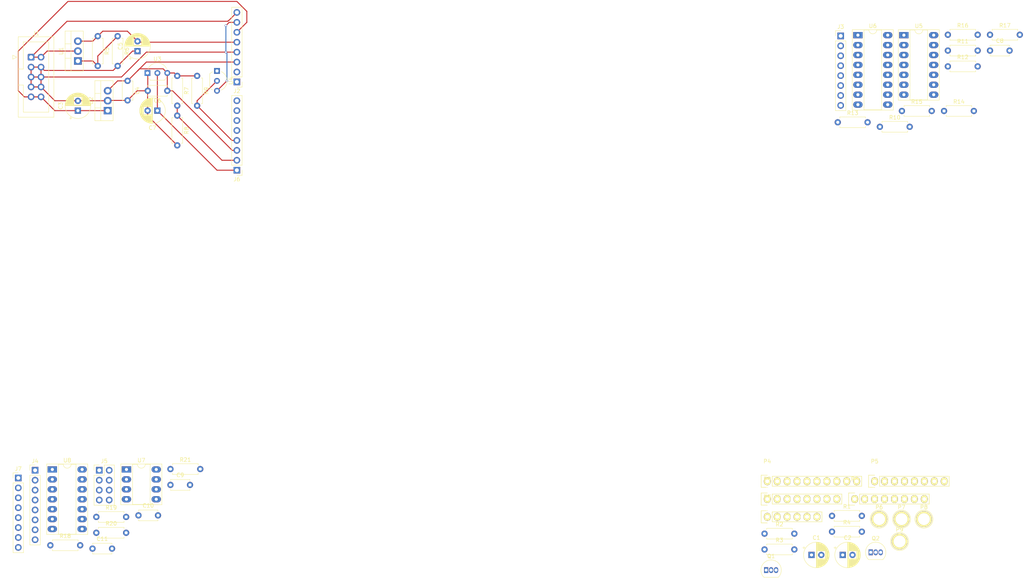
<source format=kicad_pcb>
(kicad_pcb (version 20211014) (generator pcbnew)
  (title_block (date "lun. 30 mars 2015"))
  (layers (0 "F.Cu" signal) (31 "B.Cu" signal) (34 "B.Paste" user) (35 "F.Paste" user) (36 "B.SilkS" user "B.Silkscreen") (37 "F.SilkS" user "F.Silkscreen") (38 "B.Mask" user) (39 "F.Mask" user) (44 "Edge.Cuts" user))
  (net 0 "")
  (net 1 "+5V")
  (net 2 "GND")
  (net 3 "/7")
  (net 4 "/4")
  (net 5 "/3(**)")
  (net 6 "/2")
  (net 7 "/13(SCK)")
  (net 8 "GNDA")
  (net 9 "+12VA")
  (net 10 "-12VA")
  (net 11 "+5VA")
  (net 12 "/-6.5V")
  (net 13 "/CV")
  (net 14 "/AUDIO_BUS")
  (net 15 "/~{VOICE_6_SEL}")
  (net 16 "/~{VOICE_5_SEL}")
  (net 17 "/~{VOICE_4_SEL}")
  (net 18 "/~{VOICE_3_SEL}")
  (net 19 "/~{VOICE_2_SEL}")
  (net 20 "/~{VOICE_1_SEL}")
  (net 21 "Net-(C1-Pad1)")
  (net 22 "Net-(C2-Pad1)")
  (net 23 "Net-(C2-Pad2)")
  (net 24 "/NOISE")
  (net 25 "/6(**)")
  (net 26 "/Power/-6.5V")
  (net 27 "/Digital/-6.5V")
  (net 28 "/DAC and output/-6.5V")
  (net 29 "/DAC and output/VDIV_REF")
  (net 30 "/DAC and output/DAC_REF")
  (net 31 "/DAC and output/LM_VREF")
  (net 32 "/DAC and output/MCP_VREF")
  (net 33 "/DAC and output/5V_DAC_REF")
  (net 35 "/IOREF")
  (net 36 "/Reset")
  (net 38 "/Vin")
  (net 39 "/+5VA")
  (net 43 "/AREF")
  (net 44 "/12(MISO)")
  (net 45 "/11(**{slash}MOSI)")
  (net 46 "/10(**{slash}SS)")
  (net 47 "/9(**)")
  (net 48 "/8")
  (net 54 "Net-(R5-Pad2)")
  (net 55 "/Digital/VOICE_7_SEL")
  (net 56 "/Digital/VOICE_8_SEL")
  (net 57 "/Digital/VOICE_1_SEL")
  (net 58 "/Digital/VOICE_2_SEL")
  (net 59 "/Digital/VOICE_3_SEL")
  (net 60 "/Digital/VOICE_4_SEL")
  (net 61 "/Digital/VOICE_5_SEL")
  (net 62 "/Digital/VOICE_6_SEL")
  (net 63 "Net-(R18-Pad1)")
  (net 64 "/DAC and output/DAC_OUT_A")
  (net 65 "Net-(R19-Pad1)")
  (net 66 "/DAC and output/DAC_OUT_B")
  (net 67 "/DAC and output/AUDIO_OUT")
  (net 68 "/DAC and output/AUDIO_BUS")
  (net 69 "/DAC and output/CV")
  (net 70 "/Digital/~{VOICE_1_SEL}")
  (net 71 "/Digital/~{VOICE_2_SEL}")
  (net 72 "/Digital/~{VOICE_3_SEL}")
  (net 73 "/Digital/~{VOICE_4_SEL}")
  (net 74 "/Digital/~{VOICE_5_SEL}")
  (net 75 "/Digital/~{VOICE_6_SEL}")
  (net 76 "/Digital/6(**)")
  (net 77 "/Digital/4")
  (net 78 "/Digital/3(**)")
  (net 79 "/Digital/2")
  (net 81 "/DAC and output/7")
  (net 82 "/DAC and output/13(SCK)")
  (net 83 "/DAC and output/11(**{slash}MOSI)")
  (net 90 "/Power/MCP_VREF_PWR")
  (net 93 "/Power/VDIV_REF_PWR")
  (net 94 "/Power/LM_VREF_PWR")
  (footprint "Socket_Arduino_Uno:Socket_Strip_Arduino_1x08" (layer "F.Cu") (at 216.872 140.02)
    (fp_text reference "P2" (at 0 -5.1) (layer "F.SilkS"))
    (fp_text value "Power")
    (pad "1" thru_hole oval locked (at 0 0) (size 1.7272 2.032) (drill 1.016) (layers *.Cu *.Mask "F.SilkS") (net 12 "/-6.5V"))
    (pad "2" thru_hole oval locked (at 2.54 0) (size 1.7272 2.032) (drill 1.016) (layers *.Cu *.Mask "F.SilkS") (net 35 "/IOREF"))
    (pad "3" thru_hole oval locked (at 5.08 0) (size 1.7272 2.032) (drill 1.016) (layers *.Cu *.Mask "F.SilkS") (net 36 "/Reset"))
    (pad "4" thru_hole oval locked (at 7.62 0) (size 1.7272 2.032) (drill 1.016) (layers *.Cu *.Mask "F.SilkS"))
    (pad "5" thru_hole oval locked (at 10.16 0) (size 1.7272 2.032) (drill 1.016) (layers *.Cu *.Mask "F.SilkS") (net 1 "+5V"))
    (pad "6" thru_hole oval locked (at 12.7 0) (size 1.7272 2.032) (drill 1.016) (layers *.Cu *.Mask "F.SilkS") (net 2 "GND"))
    (pad "7" thru_hole oval locked (at 15.24 0) (size 1.7272 2.032) (drill 1.016) (layers *.Cu *.Mask "F.SilkS") (net 2 "GND"))
    (pad "8" thru_hole oval locked (at 17.78 0) (size 1.7272 2.032) (drill 1.016) (layers *.Cu *.Mask "F.SilkS") (net 38 "/Vin"))
  )
  (footprint "Package_TO_SOT_THT:TO-220-3_Vertical" (layer "F.Cu") (at 40.64 27.94 90)
    (fp_text reference "U1" (at 2.54 -4.27 90) (layer "F.SilkS"))
    (fp_text value "LM337_TO220")
    (pad "1" thru_hole rect (at 0 0 90) (size 1.905 2) (drill 1.1) (layers *.Cu *.Mask) (net 54 "Net-(R5-Pad2)"))
    (pad "2" thru_hole oval (at 2.54 0 90) (size 1.905 2) (drill 1.1) (layers *.Cu *.Mask) (net 10 "-12VA"))
    (pad "3" thru_hole oval (at 5.08 0 90) (size 1.905 2) (drill 1.1) (layers *.Cu *.Mask) (net 26 "/Power/-6.5V"))
  )
  (footprint "Resistor_THT:R_Axial_DIN0207_L6.3mm_D2.5mm_P7.62mm_Horizontal" (layer "F.Cu") (at 66.04 41.91 -90)
    (fp_text reference "R8" (at 3.81 -2.37 -270) (layer "F.SilkS"))
    (fp_text value "4k")
    (pad "1" thru_hole circle (at 0 0 270) (size 1.6 1.6) (drill 0.8) (layers *.Cu *.Mask) (net 93 "/Power/VDIV_REF_PWR"))
    (pad "2" thru_hole oval (at 7.62 0 270) (size 1.6 1.6) (drill 0.8) (layers *.Cu *.Mask) (net 8 "GNDA"))
  )
  (footprint "Package_TO_SOT_THT:TO-92_Inline" (layer "F.Cu") (at 243.312 153.65)
    (fp_text reference "Q2" (at 1.27 -3.56) (layer "F.SilkS"))
    (fp_text value "BC547C")
    (pad "1" thru_hole rect (at 0 0) (size 1.05 1.5) (drill 0.75) (layers *.Cu *.Mask) (net 24 "/NOISE"))
    (pad "2" thru_hole oval (at 1.27 0) (size 1.05 1.5) (drill 0.75) (layers *.Cu *.Mask) (net 23 "Net-(C2-Pad2)"))
    (pad "3" thru_hole oval (at 2.54 0) (size 1.05 1.5) (drill 0.75) (layers *.Cu *.Mask) (net 8 "GNDA"))
  )
  (footprint "Resistor_THT:R_Axial_DIN0207_L6.3mm_D2.5mm_P7.62mm_Horizontal" (layer "F.Cu") (at 234.89 43.626)
    (fp_text reference "R13" (at 3.81 -2.37) (layer "F.SilkS"))
    (fp_text value "1k")
    (pad "1" thru_hole circle (at 0 0) (size 1.6 1.6) (drill 0.8) (layers *.Cu *.Mask) (net 58 "/Digital/VOICE_2_SEL"))
    (pad "2" thru_hole oval (at 7.62 0) (size 1.6 1.6) (drill 0.8) (layers *.Cu *.Mask) (net 2 "GND"))
  )
  (footprint "Capacitor_THT:C_Disc_D4.7mm_W2.5mm_P5.00mm" (layer "F.Cu") (at 44.372 152.698)
    (fp_text reference "C11" (at 2.5 -2.5) (layer "F.SilkS"))
    (fp_text value "100nF")
    (pad "1" thru_hole circle (at 0 0) (size 1.6 1.6) (drill 0.8) (layers *.Cu *.Mask) (net 11 "+5VA"))
    (pad "2" thru_hole circle (at 5 0) (size 1.6 1.6) (drill 0.8) (layers *.Cu *.Mask) (net 8 "GNDA"))
  )
  (footprint "Connector_PinHeader_2.54mm:PinHeader_2x04_P2.54mm_Vertical" (layer "F.Cu") (at 46.102 132.648)
    (fp_text reference "J5" (at 1.27 -2.33) (layer "F.SilkS"))
    (fp_text value "Conn_02x04_Odd_Even")
    (pad "1" thru_hole rect (at 0 0) (size 1.7 1.7) (drill 1) (layers *.Cu *.Mask) (net 29 "/DAC and output/VDIV_REF"))
    (pad "2" thru_hole oval (at 2.54 0) (size 1.7 1.7) (drill 1) (layers *.Cu *.Mask) (net 30 "/DAC and output/DAC_REF"))
    (pad "3" thru_hole oval (at 0 2.54) (size 1.7 1.7) (drill 1) (layers *.Cu *.Mask) (net 31 "/DAC and output/LM_VREF"))
    (pad "4" thru_hole oval (at 2.54 2.54) (size 1.7 1.7) (drill 1) (layers *.Cu *.Mask) (net 30 "/DAC and output/DAC_REF"))
    (pad "5" thru_hole oval (at 0 5.08) (size 1.7 1.7) (drill 1) (layers *.Cu *.Mask) (net 32 "/DAC and output/MCP_VREF"))
    (pad "6" thru_hole oval (at 2.54 5.08) (size 1.7 1.7) (drill 1) (layers *.Cu *.Mask) (net 30 "/DAC and output/DAC_REF"))
    (pad "7" thru_hole oval (at 0 7.62) (size 1.7 1.7) (drill 1) (layers *.Cu *.Mask) (net 33 "/DAC and output/5V_DAC_REF"))
    (pad "8" thru_hole oval (at 2.54 7.62) (size 1.7 1.7) (drill 1) (layers *.Cu *.Mask) (net 30 "/DAC and output/DAC_REF"))
  )
  (footprint "Capacitor_THT:C_Disc_D4.7mm_W2.5mm_P5.00mm" (layer "F.Cu") (at 63.5 35.56 180)
    (fp_text reference "C6" (at 2.5 -2.5) (layer "F.SilkS"))
    (fp_text value "100nF")
    (pad "1" thru_hole circle (at 0 0 180) (size 1.6 1.6) (drill 0.8) (layers *.Cu *.Mask) (net 11 "+5VA"))
    (pad "2" thru_hole circle (at 5 0 180) (size 1.6 1.6) (drill 0.8) (layers *.Cu *.Mask) (net 8 "GNDA"))
  )
  (footprint "Socket_Arduino_Uno:Arduino_1pin" (layer "F.Cu") (at 250.698 150.876)
    (fp_text reference "P9" (at 0 -3.048) (layer "F.SilkS"))
    (fp_text value "CONN_01X01")
    (pad "1" thru_hole circle locked (at 0 0) (size 4.064 4.064) (drill 3.048) (layers *.Cu *.Mask "F.SilkS"))
  )
  (footprint "Resistor_THT:R_Axial_DIN0207_L6.3mm_D2.5mm_P7.62mm_Horizontal" (layer "F.Cu") (at 66.04 31.75 -90)
    (fp_text reference "R7" (at 3.81 -2.37 90) (layer "F.SilkS"))
    (fp_text value "1k")
    (pad "1" thru_hole circle (at 0 0 270) (size 1.6 1.6) (drill 0.8) (layers *.Cu *.Mask) (net 11 "+5VA"))
    (pad "2" thru_hole oval (at 7.62 0 270) (size 1.6 1.6) (drill 0.8) (layers *.Cu *.Mask) (net 93 "/Power/VDIV_REF_PWR"))
  )
  (footprint "Socket_Arduino_Uno:Socket_Strip_Arduino_1x08" (layer "F.Cu") (at 244.322 135.47)
    (fp_text reference "P5" (at 0 -5.1) (layer "F.SilkS"))
    (fp_text value "Digital")
    (pad "1" thru_hole oval locked (at 0 0) (size 1.7272 2.032) (drill 1.016) (layers *.Cu *.Mask "F.SilkS") (net 3 "/7"))
    (pad "2" thru_hole oval locked (at 2.54 0) (size 1.7272 2.032) (drill 1.016) (layers *.Cu *.Mask "F.SilkS") (net 25 "/6(**)"))
    (pad "3" thru_hole oval locked (at 5.08 0) (size 1.7272 2.032) (drill 1.016) (layers *.Cu *.Mask "F.SilkS") (net 15 "/~{VOICE_6_SEL}"))
    (pad "4" thru_hole oval locked (at 7.62 0) (size 1.7272 2.032) (drill 1.016) (layers *.Cu *.Mask "F.SilkS") (net 16 "/~{VOICE_5_SEL}"))
    (pad "5" thru_hole oval locked (at 10.16 0) (size 1.7272 2.032) (drill 1.016) (layers *.Cu *.Mask "F.SilkS") (net 17 "/~{VOICE_4_SEL}"))
    (pad "6" thru_hole oval locked (at 12.7 0) (size 1.7272 2.032) (drill 1.016) (layers *.Cu *.Mask "F.SilkS") (net 18 "/~{VOICE_3_SEL}"))
    (pad "7" thru_hole oval locked (at 15.24 0) (size 1.7272 2.032) (drill 1.016) (layers *.Cu *.Mask "F.SilkS") (net 19 "/~{VOICE_2_SEL}"))
    (pad "8" thru_hole oval locked (at 17.78 0) (size 1.7272 2.032) (drill 1.016) (layers *.Cu *.Mask "F.SilkS") (net 20 "/~{VOICE_1_SEL}"))
  )
  (footprint "Capacitor_THT:CP_Radial_D6.3mm_P2.50mm" (layer "F.Cu") (at 228.177241 154.32)
    (fp_text reference "C1" (at 1.25 -4.4) (layer "F.SilkS"))
    (fp_text value "47uF")
    (pad "1" thru_hole rect (at 0 0) (size 1.6 1.6) (drill 0.8) (layers *.Cu *.Mask) (net 21 "Net-(C1-Pad1)"))
    (pad "2" thru_hole circle (at 2.5 0) (size 1.6 1.6) (drill 0.8) (layers *.Cu *.Mask) (net 8 "GNDA"))
  )
  (footprint "Socket_Arduino_Uno:Arduino_1pin" (layer "F.Cu") (at 256.918 145.156)
    (fp_text reference "P8" (at 0 -3.048) (layer "F.SilkS"))
    (fp_text value "CONN_01X01")
    (pad "1" thru_hole circle locked (at 0 0) (size 4.064 4.064) (drill 3.048) (layers *.Cu *.Mask "F.SilkS"))
  )
  (footprint "Capacitor_THT:C_Disc_D4.7mm_W2.5mm_P5.00mm" (layer "F.Cu") (at 53.34 33.02 -90)
    (fp_text reference "C4" (at 2.5 -2.5 90) (layer "F.SilkS"))
    (fp_text value "100nF")
    (pad "1" thru_hole circle (at 0 0 270) (size 1.6 1.6) (drill 0.8) (layers *.Cu *.Mask) (net 11 "+5VA"))
    (pad "2" thru_hole circle (at 5 0 270) (size 1.6 1.6) (drill 0.8) (layers *.Cu *.Mask) (net 8 "GNDA"))
  )
  (footprint "Package_DIP:DIP-16_W7.62mm_Socket_LongPads" (layer "F.Cu") (at 240.04 21.326)
    (fp_text reference "U6" (at 3.81 -2.33) (layer "F.SilkS"))
    (fp_text value "74HC4051")
    (pad "1" thru_hole rect (at 0 0) (size 2.4 1.6) (drill 0.8) (layers *.Cu *.Mask) (net 61 "/Digital/VOICE_5_SEL"))
    (pad "2" thru_hole oval (at 0 2.54) (size 2.4 1.6) (drill 0.8) (layers *.Cu *.Mask) (net 55 "/Digital/VOICE_7_SEL"))
    (pad "3" thru_hole oval (at 0 5.08) (size 2.4 1.6) (drill 0.8) (layers *.Cu *.Mask) (net 1 "+5V"))
    (pad "4" thru_hole oval (at 0 7.62) (size 2.4 1.6) (drill 0.8) (layers *.Cu *.Mask) (net 56 "/Digital/VOICE_8_SEL"))
    (pad "5" thru_hole oval (at 0 10.16) (size 2.4 1.6) (drill 0.8) (layers *.Cu *.Mask) (net 62 "/Digital/VOICE_6_SEL"))
    (pad "6" thru_hole oval (at 0 12.7) (size 2.4 1.6) (drill 0.8) (layers *.Cu *.Mask) (net 76 "/Digital/6(**)"))
    (pad "7" thru_hole oval (at 0 15.24) (size 2.4 1.6) (drill 0.8) (layers *.Cu *.Mask) (net 2 "GND"))
    (pad "8" thru_hole oval (at 0 17.78) (size 2.4 1.6) (drill 0.8) (layers *.Cu *.Mask) (net 2 "GND"))
    (pad "9" thru_hole oval (at 7.62 17.78) (size 2.4 1.6) (drill 0.8) (layers *.Cu *.Mask) (net 77 "/Digital/4"))
    (pad "10" thru_hole oval (at 7.62 15.24) (size 2.4 1.6) (drill 0.8) (layers *.Cu *.Mask) (net 78 "/Digital/3(**)"))
    (pad "11" thru_hole oval (at 7.62 12.7) (size 2.4 1.6) (drill 0.8) (layers *.Cu *.Mask) (net 79 "/Digital/2"))
    (pad "12" thru_hole oval (at 7.62 10.16) (size 2.4 1.6) (drill 0.8) (layers *.Cu *.Mask) (net 60 "/Digital/VOICE_4_SEL"))
    (pad "13" thru_hole oval (at 7.62 7.62) (size 2.4 1.6) (drill 0.8) (layers *.Cu *.Mask) (net 57 "/Digital/VOICE_1_SEL"))
    (pad "14" thru_hole oval (at 7.62 5.08) (size 2.4 1.6) (drill 0.8) (layers *.Cu *.Mask) (net 58 "/Digital/VOICE_2_SEL"))
    (pad "15" thru_hole oval (at 7.62 2.54) (size 2.4 1.6) (drill 0.8) (layers *.Cu *.Mask) (net 59 "/Digital/VOICE_3_SEL"))
    (pad "16" thru_hole oval (at 7.62 0) (size 2.4 1.6) (drill 0.8) (layers *.Cu *.Mask) (net 1 "+5V"))
  )
  (footprint "Resistor_THT:R_Axial_DIN0207_L6.3mm_D2.5mm_P7.62mm_Horizontal" (layer "F.Cu") (at 71.12 31.75 -90)
    (fp_text reference "R9" (at 3.81 -2.37 90) (layer "F.SilkS"))
    (fp_text value "909")
    (pad "1" thru_hole circle (at 0 0 270) (size 1.6 1.6) (drill 0.8) (layers *.Cu *.Mask) (net 11 "+5VA"))
    (pad "2" thru_hole oval (at 7.62 0 270) (size 1.6 1.6) (drill 0.8) (layers *.Cu *.Mask) (net 94 "/Power/LM_VREF_PWR"))
  )
  (footprint "Resistor_THT:R_Axial_DIN0207_L6.3mm_D2.5mm_P7.62mm_Horizontal" (layer "F.Cu") (at 263.04 21.226)
    (fp_text reference "R16" (at 3.81 -2.37) (layer "F.SilkS"))
    (fp_text value "1k")
    (pad "1" thru_hole circle (at 0 0) (size 1.6 1.6) (drill 0.8) (layers *.Cu *.Mask) (net 61 "/Digital/VOICE_5_SEL"))
    (pad "2" thru_hole oval (at 7.62 0) (size 1.6 1.6) (drill 0.8) (layers *.Cu *.Mask) (net 2 "GND"))
  )
  (footprint "Connector_PinHeader_2.54mm:PinHeader_1x08_P2.54mm_Vertical" (layer "F.Cu") (at 235.64 21.526)
    (fp_text reference "J3" (at 0 -2.33) (layer "F.SilkS"))
    (fp_text value "Conn_01x08")
    (pad "1" thru_hole rect (at 0 0) (size 1.7 1.7) (drill 1) (layers *.Cu *.Mask) (net 2 "GND"))
    (pad "2" thru_hole oval (at 0 2.54) (size 1.7 1.7) (drill 1) (layers *.Cu *.Mask) (net 1 "+5V"))
    (pad "3" thru_hole oval (at 0 5.08) (size 1.7 1.7) (drill 1) (layers *.Cu *.Mask) (net 27 "/Digital/-6.5V"))
    (pad "4" thru_hole oval (at 0 7.62) (size 1.7 1.7) (drill 1) (layers *.Cu *.Mask) (net 8 "GNDA"))
    (pad "5" thru_hole oval (at 0 10.16) (size 1.7 1.7) (drill 1) (layers *.Cu *.Mask) (net 11 "+5VA"))
    (pad "6" thru_hole oval (at 0 12.7) (size 1.7 1.7) (drill 1) (layers *.Cu *.Mask) (net 9 "+12VA"))
    (pad "7" thru_hole oval (at 0 15.24) (size 1.7 1.7) (drill 1) (layers *.Cu *.Mask) (net 8 "GNDA"))
    (pad "8" thru_hole oval (at 0 17.78) (size 1.7 1.7) (drill 1) (layers *.Cu *.Mask) (net 10 "-12VA"))
  )
  (footprint "Resistor_THT:R_Axial_DIN0207_L6.3mm_D2.5mm_P7.62mm_Horizontal" (layer "F.Cu") (at 233.422 148.37)
    (fp_text reference "R4" (at 3.81 -2.37) (layer "F.SilkS"))
    (fp_text value "10k")
    (pad "1" thru_hole circle (at 0 0) (size 1.6 1.6) (drill 0.8) (layers *.Cu *.Mask) (net 21 "Net-(C1-Pad1)"))
    (pad "2" thru_hole oval (at 7.62 0) (size 1.6 1.6) (drill 0.8) (layers *.Cu *.Mask) (net 24 "/NOISE"))
  )
  (footprint "Resistor_THT:R_Axial_DIN0207_L6.3mm_D2.5mm_P7.62mm_Horizontal" (layer "F.Cu") (at 64.302 132.348)
    (fp_text reference "R21" (at 3.81 -2.37) (layer "F.SilkS"))
    (fp_text value "10k")
    (pad "1" thru_hole circle (at 0 0) (size 1.6 1.6) (drill 0.8) (layers *.Cu *.Mask) (net 69 "/DAC and output/CV"))
    (pad "2" thru_hole oval (at 7.62 0) (size 1.6 1.6) (drill 0.8) (layers *.Cu *.Mask) (net 63 "Net-(R18-Pad1)"))
  )
  (footprint "Resistor_THT:R_Axial_DIN0207_L6.3mm_D2.5mm_P7.62mm_Horizontal" (layer "F.Cu") (at 251.29 40.726)
    (fp_text reference "R15" (at 3.81 -2.37) (layer "F.SilkS"))
    (fp_text value "1k")
    (pad "1" thru_hole circle (at 0 0) (size 1.6 1.6) (drill 0.8) (layers *.Cu *.Mask) (net 60 "/Digital/VOICE_4_SEL"))
    (pad "2" thru_hole oval (at 7.62 0) (size 1.6 1.6) (drill 0.8) (layers *.Cu *.Mask) (net 2 "GND"))
  )
  (footprint "Resistor_THT:R_Axial_DIN0207_L6.3mm_D2.5mm_P7.62mm_Horizontal" (layer "F.Cu") (at 262.06 40.726)
    (fp_text reference "R14" (at 3.81 -2.37) (layer "F.SilkS"))
    (fp_text value "1k")
    (pad "1" thru_hole circle (at 0 0) (size 1.6 1.6) (drill 0.8) (layers *.Cu *.Mask) (net 59 "/Digital/VOICE_3_SEL"))
    (pad "2" thru_hole oval (at 7.62 0) (size 1.6 1.6) (drill 0.8) (layers *.Cu *.Mask) (net 2 "GND"))
  )
  (footprint "Connector_PinHeader_2.54mm:PinHeader_1x08_P2.54mm_Vertical" (layer "F.Cu") (at 81.28 55.88 180)
    (fp_text reference "J6" (at 0 -2.33) (layer "F.SilkS"))
    (fp_text value "Conn_01x08")
    (pad "1" thru_hole rect (at 0 0 180) (size 1.7 1.7) (drill 1) (layers *.Cu *.Mask) (net 90 "/Power/MCP_VREF_PWR"))
    (pad "2" thru_hole oval (at 0 2.54 180) (size 1.7 1.7) (drill 1) (layers *.Cu *.Mask) (net 93 "/Power/VDIV_REF_PWR"))
    (pad "3" thru_hole oval (at 0 5.08 180) (size 1.7 1.7) (drill 1) (layers *.Cu *.Mask) (net 11 "+5VA"))
    (pad "4" thru_hole oval (at 0 7.62 180) (size 1.7 1.7) (drill 1) (layers *.Cu *.Mask) (net 94 "/Power/LM_VREF_PWR"))
    (pad "5" thru_hole oval (at 0 10.16 180) (size 1.7 1.7) (drill 1) (layers *.Cu *.Mask))
    (pad "6" thru_hole oval (at 0 12.7 180) (size 1.7 1.7) (drill 1) (layers *.Cu *.Mask))
    (pad "7" thru_hole oval (at 0 15.24 180) (size 1.7 1.7) (drill 1) (layers *.Cu *.Mask))
    (pad "8" thru_hole oval (at 0 17.78 180) (size 1.7 1.7) (drill 1) (layers *.Cu *.Mask))
  )
  (footprint "Connector_PinHeader_2.54mm:PinHeader_1x08_P2.54mm_Vertical" (layer "F.Cu") (at 29.702 132.648)
    (fp_text reference "J4" (at 0 -2.33) (layer "F.SilkS"))
    (fp_text value "Conn_01x08")
    (pad "1" thru_hole rect (at 0 0) (size 1.7 1.7) (drill 1) (layers *.Cu *.Mask))
    (pad "2" thru_hole oval (at 0 2.54) (size 1.7 1.7) (drill 1) (layers *.Cu *.Mask))
    (pad "3" thru_hole oval (at 0 5.08) (size 1.7 1.7) (drill 1) (layers *.Cu *.Mask) (net 28 "/DAC and output/-6.5V"))
    (pad "4" thru_hole oval (at 0 7.62) (size 1.7 1.7) (drill 1) (layers *.Cu *.Mask) (net 8 "GNDA"))
    (pad "5" thru_hole oval (at 0 10.16) (size 1.7 1.7) (drill 1) (layers *.Cu *.Mask) (net 11 "+5VA"))
    (pad "6" thru_hole oval (at 0 12.7) (size 1.7 1.7) (drill 1) (layers *.Cu *.Mask) (net 9 "+12VA"))
    (pad "7" thru_hole oval (at 0 15.24) (size 1.7 1.7) (drill 1) (layers *.Cu *.Mask) (net 8 "GNDA"))
    (pad "8" thru_hole oval (at 0 17.78) (size 1.7 1.7) (drill 1) (layers *.Cu *.Mask) (net 10 "-12VA"))
  )
  (footprint "Socket_Arduino_Uno:Arduino_1pin" (layer "F.Cu") (at 245.478 145.156)
    (fp_text reference "P6" (at 0 -3.048) (layer "F.SilkS"))
    (fp_text value "CONN_01X01")
    (pad "1" thru_hole circle locked (at 0 0) (size 4.064 4.064) (drill 3.048) (layers *.Cu *.Mask "F.SilkS"))
  )
  (footprint "Resistor_THT:R_Axial_DIN0207_L6.3mm_D2.5mm_P7.62mm_Horizontal" (layer "F.Cu") (at 263.04 29.326)
    (fp_text reference "R12" (at 3.81 -2.37) (layer "F.SilkS"))
    (fp_text value "1k")
    (pad "1" thru_hole circle (at 0 0) (size 1.6 1.6) (drill 0.8) (layers *.Cu *.Mask) (net 57 "/Digital/VOICE_1_SEL"))
    (pad "2" thru_hole oval (at 7.62 0) (size 1.6 1.6) (drill 0.8) (layers *.Cu *.Mask) (net 2 "GND"))
  )
  (footprint "Resistor_THT:R_Axial_DIN0207_L6.3mm_D2.5mm_P7.62mm_Horizontal" (layer "F.Cu") (at 33.602 151.848)
    (fp_text reference "R18" (at 3.81 -2.37) (layer "F.SilkS"))
    (fp_text value "10k")
    (pad "1" thru_hole circle (at 0 0) (size 1.6 1.6) (drill 0.8) (layers *.Cu *.Mask) (net 63 "Net-(R18-Pad1)"))
    (pad "2" thru_hole oval (at 7.62 0) (size 1.6 1.6) (drill 0.8) (layers *.Cu *.Mask) (net 64 "/DAC and output/DAC_OUT_A"))
  )
  (footprint "Resistor_THT:R_Axial_DIN0207_L6.3mm_D2.5mm_P7.62mm_Horizontal" (layer "F.Cu") (at 273.81 21.226)
    (fp_text reference "R17" (at 3.81 -2.37) (layer "F.SilkS"))
    (fp_text value "1k")
    (pad "1" thru_hole circle (at 0 0) (size 1.6 1.6) (drill 0.8) (layers *.Cu *.Mask) (net 62 "/Digital/VOICE_6_SEL"))
    (pad "2" thru_hole oval (at 7.62 0) (size 1.6 1.6) (drill 0.8) (layers *.Cu *.Mask) (net 2 "GND"))
  )
  (footprint "Resistor_THT:R_Axial_DIN0207_L6.3mm_D2.5mm_P7.62mm_Horizontal" (layer "F.Cu") (at 45.352 144.598)
    (fp_text reference "R19" (at 3.81 -2.37) (layer "F.SilkS"))
    (fp_text value "10k")
    (pad "1" thru_hole circle (at 0 0) (size 1.6 1.6) (drill 0.8) (layers *.Cu *.Mask) (net 65 "Net-(R19-Pad1)"))
    (pad "2" thru_hole oval (at 7.62 0) (size 1.6 1.6) (drill 0.8) (layers *.Cu *.Mask) (net 66 "/DAC and output/DAC_OUT_B"))
  )
  (footprint "Capacitor_THT:CP_Radial_D6.3mm_P2.50mm" (layer "F.Cu") (at 236.157241 154.32)
    (fp_text reference "C2" (at 1.25 -4.4) (layer "F.SilkS"))
    (fp_text value "47uF")
    (pad "1" thru_hole rect (at 0 0) (size 1.6 1.6) (drill 0.8) (layers *.Cu *.Mask) (net 22 "Net-(C2-Pad1)"))
    (pad "2" thru_hole circle (at 2.5 0) (size 1.6 1.6) (drill 0.8) (layers *.Cu *.Mask) (net 23 "Net-(C2-Pad2)"))
  )
  (footprint "Connector_PinHeader_2.54mm:PinHeader_1x08_P2.54mm_Vertical" (layer "F.Cu") (at 25.4 134.62)
    (fp_text reference "J7" (at 0 -2.33) (layer "F.SilkS"))
    (fp_text value "Conn_01x08")
    (pad "1" thru_hole rect (at 0 0) (size 1.7 1.7) (drill 1) (layers *.Cu *.Mask) (net 32 "/DAC and output/MCP_VREF"))
    (pad "2" thru_hole oval (at 0 2.54) (size 1.7 1.7) (drill 1) (layers *.Cu *.Mask) (net 29 "/DAC and output/VDIV_REF"))
    (pad "3" thru_hole oval (at 0 5.08) (size 1.7 1.7) (drill 1) (layers *.Cu *.Mask) (net 33 "/DAC and output/5V_DAC_REF"))
    (pad "4" thru_hole oval (at 0 7.62) (size 1.7 1.7) (drill 1) (layers *.Cu *.Mask) (net 31 "/DAC and output/LM_VREF"))
    (pad "5" thru_hole oval (at 0 10.16) (size 1.7 1.7) (drill 1) (layers *.Cu *.Mask))
    (pad "6" thru_hole oval (at 0 12.7) (size 1.7 1.7) (drill 1) (layers *.Cu *.Mask))
    (pad "7" thru_hole oval (at 0 15.24) (size 1.7 1.7) (drill 1) (layers *.Cu *.Mask))
    (pad "8" thru_hole oval (at 0 17.78) (size 1.7 1.7) (drill 1) (layers *.Cu *.Mask))
  )
  (footprint "Capacitor_THT:CP_Radial_D6.3mm_P2.50mm" (layer "F.Cu") (at 60.96 40.64 180)
    (fp_text reference "C7" (at 1.25 -4.4) (layer "F.SilkS"))
    (fp_text value "10uF")
    (pad "1" thru_hole rect (at 0 0 180) (size 1.6 1.6) (drill 0.8) (layers *.Cu *.Mask) (net 90 "/Power/MCP_VREF_PWR"))
    (pad "2" thru_hole circle (at 2.5 0 180) (size 1.6 1.6) (drill 0.8) (layers *.Cu *.Mask) (net 8 "GNDA"))
  )
  (footprint "Socket_Arduino_Uno:Socket_Strip_Arduino_1x08" (layer "F.Cu") (at 239.222 140.02)
    (fp_text reference "P1" (at 0 -5.1) (layer "F.SilkS"))
    (fp_text value "Arduino")
    (pad "1" thru_hole oval locked (at 0 0) (size 1.7272 2.032) (drill 1.016) (layers *.Cu *.Mask "F.SilkS") (net 1 "+5V"))
    (pad "2" thru_hole oval locked (at 2.54 0) (size 1.7272 2.032) (drill 1.016) (layers *.Cu *.Mask "F.SilkS") (net 2 "GND"))
    (pad "3" thru_hole oval locked (at 5.08 0) (size 1.7272 2.032) (drill 1.016) (layers *.Cu *.Mask "F.SilkS") (net 6 "/2"))
    (pad "4" thru_hole oval locked (at 7.62 0) (size 1.7272 2.032) (drill 1.016) (layers *.Cu *.Mask "F.SilkS") (net 5 "/3(**)"))
    (pad "5" thru_hole oval locked (at 10.16 0) (size 1.7272 2.032) (drill 1.016) (layers *.Cu *.Mask "F.SilkS") (net 4 "/4"))
    (pad "6" thru_hole oval locked (at 12.7 0) (size 1.7272 2.032) (drill 1.016) (layers *.Cu *.Mask "F.SilkS") (net 25 "/6(**)"))
    (pad "7" thru_hole oval locked (at 15.24 0) (size 1.7272 2.032) (drill 1.016) (layers *.Cu *.Mask "F.SilkS") (net 3 "/7"))
    (pad "8" thru_hole oval locked (at 17.78 0) (size 1.7272 2.032) (drill 1.016) (layers *.Cu *.Mask "F.SilkS"))
  )
  (footprint "Resistor_THT:R_Axial_DIN0207_L6.3mm_D2.5mm_P7.62mm_Horizontal" (layer "F.Cu") (at 45.352 148.648)
    (fp_text reference "R20" (at 3.81 -2.37) (layer "F.SilkS"))
    (fp_text value "1k")
    (pad "1" thru_hole circle (at 0 0) (size 1.6 1.6) (drill 0.8) (layers *.Cu *.Mask) (net 67 "/DAC and output/AUDIO_OUT"))
    (pad "2" thru_hole oval (at 7.62 0) (size 1.6 1.6) (drill 0.8) (layers *.Cu *.Mask) (net 68 "/DAC and output/AUDIO_BUS"))
  )
  (footprint "Socket_Arduino_Uno:Socket_Strip_Arduino_1x10" (layer "F.Cu") (at 216.872 135.47)
    (fp_text reference "P4" (at 0 -5.1) (layer "F.SilkS"))
    (fp_text value "Digital")
    (pad "1" thru_hole oval locked (at 0 0) (size 1.7272 2.032) (drill 1.016) (layers *.Cu *.Mask "F.SilkS"))
    (pad "2" thru_hole oval locked (at 2.54 0) (size 1.7272 2.032) (drill 1.016) (layers *.Cu *.Mask "F.SilkS"))
    (pad "3" thru_hole oval locked (at 5.08 0) (size 1.7272 2.032) (drill 1.016) (layers *.Cu *.Mask "F.SilkS") (net 43 "/AREF"))
    (pad "4" thru_hole oval locked (at 7.62 0) (size 1.7272 2.032) (drill 1.016) (layers *.Cu *.Mask "F.SilkS") (net 2 "GND"))
    (pad "5" thru_hole oval locked (at 10.16 0) (size 1.7272 2.032) (drill 1.016) (layers *.Cu *.Mask "F.SilkS") (net 7 "/13(SCK)"))
    (pad "6" thru_hole oval locked (at 12.7 0) (size 1.7272 2.032) (drill 1.016) (layers *.Cu *.Mask "F.SilkS") (net 44 "/12(MISO)"))
    (pad "7" thru_hole oval locked (at 15.24 0) (size 1.7272 2.032) (drill 1.016) (layers *.Cu *.Mask "F.SilkS") (net 45 "/11(**{slash}MOSI)"))
    (pad "8" thru_hole oval locked (at 17.78 0) (size 1.7272 2.032) (drill 1.016) (layers *.Cu *.Mask "F.SilkS") (net 46 "/10(**{slash}SS)"))
    (pad "9" thru_hole oval locked (at 20.32 0) (size 1.7272 2.032) (drill 1.016) (layers *.Cu *.Mask "F.SilkS") (net 47 "/9(**)"))
    (pad "10" thru_hole oval locked (at 22.86 0) (size 1.7272 2.032) (drill 1.016) (layers *.Cu *.Mask "F.SilkS") (net 48 "/8"))
  )
  (footprint "Resistor_THT:R_Axial_DIN0207_L6.3mm_D2.5mm_P7.62mm_Horizontal" (layer "F.Cu") (at 245.66 44.776)
    (fp_text reference "R10" (at 3.81 -2.37) (layer "F.SilkS"))
    (fp_text value "1k")
    (pad "1" thru_hole circle (at 0 0) (size 1.6 1.6) (drill 0.8) (layers *.Cu *.Mask) (net 55 "/Digital/VOICE_7_SEL"))
    (pad "2" thru_hole oval (at 7.62 0) (size 1.6 1.6) (drill 0.8) (layers *.Cu *.Mask) (net 2 "GND"))
  )
  (footprint "Capacitor_THT:CP_Radial_D6.3mm_P2.50mm" (layer "F.Cu") (at 55.88 25.4 90)
    (fp_text reference "C5" (at 1.25 -4.4 90) (layer "F.SilkS"))
    (fp_text value "10uF")
    (pad "1" thru_hole rect (at 0 0 90) (size 1.6 1.6) (drill 0.8) (layers *.Cu *.Mask) (net 8 "GNDA"))
    (pad "2" thru_hole circle (at 2.5 0 90) (size 1.6 1.6) (drill 0.8) (layers *.Cu *.Mask) (net 26 "/Power/-6.5V"))
  )
  (footprint "Capacitor_THT:C_Disc_D4.7mm_W2.5mm_P5.00mm" (layer "F.Cu") (at 64.302 136.398)
    (fp_text reference "C9" (at 2.5 -2.5) (layer "F.SilkS"))
    (fp_text value "100nF")
    (pad "1" thru_hole circle (at 0 0) (size 1.6 1.6) (drill 0.8) (layers *.Cu *.Mask) (net 9 "+12VA"))
    (pad "2" thru_hole circle (at 5 0) (size 1.6 1.6) (drill 0.8) (layers *.Cu *.Mask) (net 8 "GNDA"))
  )
  (footprint "Package_DIP:DIP-8_W7.62mm_Socket_LongPads" (layer "F.Cu") (at 53.052 132.448)
    (fp_text reference "U7" (at 3.81 -2.33) (layer "F.SilkS"))
    (fp_text value "TL072")
    (pad "1" thru_hole rect (at 0 0) (size 2.4 1.6) (drill 0.8) (layers *.Cu *.Mask) (net 69 "/DAC and output/CV"))
    (pad "2" thru_hole oval (at 0 2.54) (size 2.4 1.6) (drill 0.8) (layers *.Cu *.Mask) (net 63 "Net-(R18-Pad1)"))
    (pad "3" thru_hole oval (at 0 5.08) (size 2.4 1.6) (drill 0.8) (layers *.Cu *.Mask) (net 65 "Net-(R19-Pad1)"))
    (pad "4" thru_hole oval (at 0 7.62) (size 2.4 1.6) (drill 0.8) (layers *.Cu *.Mask) (net 10 "-12VA"))
    (pad "5" thru_hole oval (at 7.62 7.62) (size 2.4 1.6) (drill 0.8) (layers *.Cu *.Mask) (net 8 "GNDA"))
    (pad "6" thru_hole oval (at 7.62 5.08) (size 2.4 1.6) (drill 0.8) (layers *.Cu *.Mask) (net 68 "/DAC and output/AUDIO_BUS"))
    (pad "7" thru_hole oval (at 7.62 2.54) (size 2.4 1.6) (drill 0.8) (layers *.Cu *.Mask) (net 67 "/DAC and output/AUDIO_OUT"))
    (pad "8" thru_hole oval (at 7.62 0) (size 2.4 1.6) (drill 0.8) (layers *.Cu *.Mask) (net 9 "+12VA"))
  )
  (footprint "Capacitor_THT:C_Disc_D4.7mm_W2.5mm_P5.00mm" (layer "F.Cu") (at 56.122 144.198)
    (fp_text reference "C10" (at 2.5 -2.5) (layer "F.SilkS"))
    (fp_text value "100nF")
    (pad "1" thru_hole circle (at 0 0) (size 1.6 1.6) (drill 0.8) (layers *.Cu *.Mask) (net 10 "-12VA"))
    (pad "2" thru_hole circle (at 5 0) (size 1.6 1.6) (drill 0.8) (layers *.Cu *.Mask) (net 8 "GNDA"))
  )
  (footprint "Package_TO_SOT_THT:TO-92_Inline_Wide" (layer "F.Cu") (at 76.2 30.48 -90)
    (fp_text reference "U4" (at 2.54 -3.56 90) (layer "F.SilkS"))
    (fp_text value "LM4040LP-4.1")
    (pad "1" thru_hole rect (at 0 0 270) (size 1.5 1.5) (drill 0.8) (layers *.Cu *.Mask))
    (pad "2" thru_hole circle (at 2.54 0 270) (size 1.5 1.5) (drill 0.8) (layers *.Cu *.Mask) (net 94 "/Power/LM_VREF_PWR"))
    (pad "3" thru_hole circle (at 5.08 0 270) (size 1.5 1.5) (drill 0.8) (layers *.Cu *.Mask) (net 8 "GNDA"))
  )
  (footprint "Socket_Arduino_Uno:Arduino_1pin" (layer "F.Cu") (at 251.198 145.156)
    (fp_text reference "P7" (at 0 -3.048) (layer "F.SilkS"))
    (fp_text value "CONN_01X01")
    (pad "1" thru_hole circle locked (at 0 0) (size 4.064 4.064) (drill 3.048) (layers *.Cu *.Mask "F.SilkS"))
  )
  (footprint "Package_DIP:DIP-14_W7.62mm_Socket_LongPads" (layer "F.Cu") (at 34.102 132.448)
    (fp_text reference "U8" (at 3.81 -2.33) (layer "F.SilkS"))
    (fp_text value "MCP4922-EP")
    (pad "1" thru_hole rect (at 0 0) (size 2.4 1.6) (drill 0.8) (layers *.Cu *.Mask) (net 11 "+5VA"))
    (pad "2" thru_hole oval (at 0 2.54) (size 2.4 1.6) (drill 0.8) (layers *.Cu *.Mask))
    (pad "3" thru_hole oval (at 0 5.08) (size 2.4 1.6) (drill 0.8) (layers *.Cu *.Mask) (net 81 "/DAC and output/7"))
    (pad "4" thru_hole oval (at 0 7.62) (size 2.4 1.6) (drill 0.8) (layers *.Cu *.Mask) (net 82 "/DAC and output/13(SCK)"))
    (pad "5" thru_hole oval (at 0 10.16) (size 2.4 1.6) (drill 0.8) (layers *.Cu *.Mask) (net 83 "/DAC and output/11(**{slash}MOSI)"))
    (pad "6" thru_hole oval (at 0 12.7) (size 2.4 1.6) (drill 0.8) (layers *.Cu *.Mask))
    (pad "7" thru_hole oval (at 0 15.24) (size 2.4 1.6) (drill 0.8) (layers *.Cu *.Mask))
    (pad "8" thru_hole oval (at 7.62 15.24) (size 2.4 1.6) (drill 0.8) (layers *.Cu *.Mask) (net 8 "GNDA"))
    (pad "9" thru_hole oval (at 7.62 12.7) (size 2.4 1.6) (drill 0.8) (layers *.Cu *.Mask) (net 8 "GNDA"))
    (pad "10" thru_hole oval (at 7.62 10.16) (size 2.4 1.6) (drill 0.8) (layers *.Cu *.Mask) (net 66 "/DAC and output/DAC_OUT_B"))
    (pad "11" thru_hole oval (at 7.62 7.62) (size 2.4 1.6) (drill 0.8) (layers *.Cu *.Mask) (net 30 "/DAC and output/DAC_REF"))
    (pad "12" thru_hole oval (at 7.62 5.08) (size 2.4 1.6) (drill 0.8) (layers *.Cu *.Mask) (net 8 "GNDA"))
    (pad "13" thru_hole oval (at 7.62 2.54) (size 2.4 1.6) (drill 0.8) (layers *.Cu *.Mask) (net 30 "/DAC and output/DAC_REF"))
    (pad "14" thru_hole oval (at 7.62 0) (size 2.4 1.6) (drill 0.8) (layers *.Cu *.Mask) (net 64 "/DAC and output/DAC_OUT_A"))
  )
  (footprint "Package_TO_SOT_THT:TO-220-3_Vertical" (layer "F.Cu") (at 48.26 40.64 90)
    (fp_text reference "U2" (at 2.54 -4.27 90) (layer "F.SilkS"))
    (fp_text value "LM7805_TO220")
    (pad "1" thru_hole rect (at 0 0 90) (size 1.905 2) (drill 1.1) (layers *.Cu *.Mask) (net 9 "+12VA"))
    (pad "2" thru_hole oval (at 2.54 0 90) (size 1.905 2) (drill 1.1) (layers *.Cu *.Mask) (net 8 "GNDA"))
    (pad "3" thru_hole oval (at 5.08 0 90) (size 1.905 2) (drill 1.1) (layers *.Cu *.Mask) (net 11 "+5VA"))
  )
  (footprint "Resistor_THT:R_Axial_DIN0207_L6.3mm_D2.5mm_P7.62mm_Horizontal" (layer "F.Cu") (at 216.172 148.87)
    (fp_text reference "R2" (at 3.81 -2.37) (layer "F.SilkS"))
    (fp_text value "150k")
    (pad "1" thru_hole circle (at 0 0) (size 1.6 1.6) (drill 0.8) (layers *.Cu *.Mask) (net 24 "/NOISE"))
    (pad "2" thru_hole oval (at 7.62 0) (size 1.6 1.6) (drill 0.8) (layers *.Cu *.Mask) (net 23 "Net-(C2-Pad2)"))
  )
  (footprint "Resistor_THT:R_Axial_DIN0207_L6.3mm_D2.5mm_P7.62mm_Horizontal" (layer "F.Cu") (at 45.72 21.59 -90)
    (fp_text reference "R5" (at 3.81 -2.37 90) (layer "F.SilkS"))
    (fp_text value "119")
    (pad "1" thru_hole circle (at 0 0 270) (size 1.6 1.6) (drill 0.8) (layers *.Cu *.Mask) (net 26 "/Power/-6.5V"))
    (pad "2" thru_hole oval (at 7.62 0 270) (size 1.6 1.6) (drill 0.8) (layers *.Cu *.Mask) (net 54 "Net-(R5-Pad2)"))
  )
  (footprint "Resistor_THT:R_Axial_DIN0207_L6.3mm_D2.5mm_P7.62mm_Horizontal" (layer "F.Cu") (at 263.04 25.276)
    (fp_text reference "R11" (at 3.81 -2.37) (layer "F.SilkS"))
    (fp_text value "1k")
    (pad "1" thru_hole circle (at 0 0) (size 1.6 1.6) (drill 0.8) (layers *.Cu *.Mask) (net 56 "/Digital/VOICE_8_SEL"))
    (pad "2" thru_hole oval (at 7.62 0) (size 1.6 1.6) (drill 0.8) (layers *.Cu *.Mask) (net 2 "GND"))
  )
  (footprint "Connector_IDC:IDC-Header_2x05_P2.54mm_Vertical" (layer "F.Cu") (at 28.675 26.963)
    (fp_text reference "J1" (at 1.27 -6.1) (layer "F.SilkS"))
    (fp_text value "Conn_02x05_Odd_Even")
    (pad "1" thru_hole roundrect (at 0 0) (size 1.7 1.7) (drill 1) (layers *.Cu *.Mask) (roundrect_rratio 0.147059) (net 10 "-12VA"))
    (pad "2" thru_hole circle (at 2.54 0) (size 1.7 1.7) (drill 1) (layers *.Cu *.Mask) (net 10 "-12VA"))
    (pad "3" thru_hole circle (at 0 2.54) (size 1.7 1.7) (drill 1) (layers *.Cu *.Mask) (net 8 "GNDA"))
    (pad "4" thru_hole circle (at 2.54 2.54) (size 1.7 1.7) (drill 1) (layers *.Cu *.Mask) (net 8 "GNDA"))
    (pad "5" thru_hole circle (at 0 5.08) (size 1.7 1.7) (drill 1) (layers *.Cu *.Mask) (net 8 "GNDA"))
    (pad "6" thru_hole circle (at 2.54 5.08) (size 1.7 1.7) (drill 1) (layers *.Cu *.Mask) (net 8 "GNDA"))
    (pad "7" thru_hole circle (at 0 7.62) (size 1.7 1.7) (drill 1) (layers *.Cu *.Mask) (net 8 "GNDA"))
    (pad "8" thru_hole circle (at 2.54 7.62) (size 1.7 1.7) (drill 1) (layers *.Cu *.Mask) (net 8 "GNDA"))
    (pad "9" thru_hole circle (at 0 10.16) (size 1.7 1.7) (drill 1) (layers *.Cu *.Mask) (net 9 "+12VA"))
    (pad "10" thru_hole circle (at 2.54 10.16) (size 1.7 1.7) (drill 1) (layers *.Cu *.Mask) (net 9 "+12VA"))
  )
  (footprint "Socket_Arduino_Uno:Socket_Strip_Arduino_1x06" (layer "F.Cu") (at 216.872 144.57)
    (fp_text reference "P3" (at 0 -5.1) (layer "F.SilkS"))
    (fp_text value "Analog")
    (pad "1" thru_hole oval locked (at 0 0) (size 1.7272 2.032) (drill 1.016) (layers *.Cu *.Mask "F.SilkS") (net 8 "GNDA"))
    (pad "2" thru_hole oval locked (at 2.54 0) (size 1.7272 2.032) (drill 1.016) (layers *.Cu *.Mask "F.SilkS") (net 13 "/CV"))
    (pad "3" thru_hole oval locked (at 5.08 0) (size 1.7272 2.032) (drill 1.016) (layers *.Cu *.Mask "F.SilkS") (net 24 "/NOISE"))
    (pad "4" thru_hole oval locked (at 7.62 0) (size 1.7272 2.032) (drill 1.016) (layers *.Cu *.Mask "F.SilkS") (net 39 "/+5VA"))
    (pad "5" thru_hole oval locked (at 10.16 0) (size 1.7272 2.032) (drill 1.016) (layers *.Cu *.Mask "F.SilkS"))
    (pad "6" thru_hole oval locked (at 12.7 0) (size 1.7272 2.032) (drill 1.016) (layers *.Cu *.Mask "F.SilkS") (net 14 "/AUDIO_BUS"))
  )
  (footprint "Package_TO_SOT_THT:TO-92_Inline_Wide" (layer "F.Cu") (at 58.42 31.013)
    (fp_text reference "U3" (at 2.54 -3.56) (layer "F.SilkS"))
    (fp_text value "MCP1541-TO")
    (pad "1" thru_hole rect (at 0 0) (size 1.5 1.5) (drill 0.8) (layers *.Cu *.Mask) (net 8 "GNDA"))
    (pad "2" thru_hole circle (at 2.54 0) (size 1.5 1.5) (drill 0.8) (layers *.Cu *.Mask) (net 90 "/Power/MCP_VREF_PWR"))
    (pad "3" thru_hole circle (at 5.08 0) (size 1.5 1.5) (drill 0.8) (layers *.Cu *.Mask) (net 11 "+5VA"))
  )
  (footprint "Package_TO_SOT_THT:TO-92_Inline" (layer "F.Cu") (at 216.582 158.2)
    (fp_text reference "Q1" (at 1.27 -3.56) (layer "F.SilkS"))
    (fp_text value "BC547C")
    (pad "1" thru_hole rect (at 0 0) (size 1.05 1.5) (drill 0.75) (layers *.Cu *.Mask))
    (pad "2" thru_hole oval (at 1.27 0) (size 1.05 1.5) (drill 0.75) (layers *.Cu *.Mask) (net 8 "GNDA"))
    (pad "3" thru_hole oval (at 2.54 0) (size 1.05 1.5) (drill 0.75) (layers *.Cu *.Mask) (net 22 "Net-(C2-Pad1)"))
  )
  (footprint "Capacitor_THT:C_Disc_D4.7mm_W2.5mm_P5.00mm" (layer "F.Cu") (at 273.81 25.276)
    (fp_text reference "C8" (at 2.5 -2.5) (layer "F.SilkS"))
    (fp_text value "100nF")
    (pad "1" thru_hole circle (at 0 0) (size 1.6 1.6) (drill 0.8) (layers *.Cu *.Mask) (net 1 "+5V"))
    (pad "2" thru_hole circle (at 5 0) (size 1.6 1.6) (drill 0.8) (layers *.Cu *.Mask) (net 2 "GND"))
  )
  (footprint "Resistor_THT:R_Axial_DIN0207_L6.3mm_D2.5mm_P7.62mm_Horizontal" (layer "F.Cu") (at 50.8 21.59 -90)
    (fp_text reference "R6" (at 3.81 -2.37 90) (layer "F.SilkS"))
    (fp_text value "500")
    (pad "1" thru_hole circle (at 0 0 270) (size 1.6 1.6) (drill 0.8) (layers *.Cu *.Mask) (net 54 "Net-(R5-Pad2)"))
    (pad "2" thru_hole oval (at 7.62 0 270) (size 1.6 1.6) (drill 0.8) (layers *.Cu *.Mask) (net 8 "GNDA"))
  )
  (footprint "Package_DIP:DIP-14_W7.62mm_Socket_LongPads" (layer "F.Cu") (at 251.79 21.326)
    (fp_text reference "U5" (at 3.81 -2.33) (layer "F.SilkS"))
    (fp_text value "74LS04")
    (pad "1" thru_hole rect (at 0 0) (size 2.4 1.6) (drill 0.8) (layers *.Cu *.Mask) (net 57 "/Digital/VOICE_1_SEL"))
    (pad "2" thru_hole oval (at 0 2.54) (size 2.4 1.6) (drill 0.8) (layers *.Cu *.Mask) (net 70 "/Digital/~{VOICE_1_SEL}"))
    (pad "3" thru_hole oval (at 0 5.08) (size 2.4 1.6) (drill 0.8) (layers *.Cu *.Mask) (net 58 "/Digital/VOICE_2_SEL"))
    (pad "4" thru_hole oval (at 0 7.62) (size 2.4 1.6) (drill 0.8) (layers *.Cu *.Mask) (net 71 "/Digital/~{VOICE_2_SEL}"))
    (pad "5" thru_hole oval (at 0 10.16) (size 2.4 1.6) (drill 0.8) (layers *.Cu *.Mask) (net 59 "/Digital/VOICE_3_SEL"))
    (pad "6" thru_hole oval (at 0 12.7) (size 2.4 1.6) (drill 0.8) (layers *.Cu *.Mask) (net 72 "/Digital/~{VOICE_3_SEL}"))
    (pad "7" thru_hole oval (at 0 15.24) (size 2.4 1.6) (drill 0.8) (layers *.Cu *.Mask) (net 2 "GND"))
    (pad "8" thru_hole oval (at 7.62 15.24) (size 2.4 1.6) (drill 0.8) (layers *.Cu *.Mask) (net 73 "/Digital/~{VOICE_4_SEL}"))
    (pad "9" thru_hole oval (at 7.62 12.7) (size 2.4 1.6) (drill 0.8) (layers *.Cu *.Mask) (net 60 "/Digital/VOICE_4_SEL"))
    (pad "10" thru_hole oval (at 7.62 10.16) (size 2.4 1.6) (drill 0.8) (layers *.Cu *.Mask) (net 74 "/Digital/~{VOICE_5_SEL}"))
    (pad "11" thru_hole oval (at 7.62 7.62) (size 2.4 1.6) (drill 0.8) (layers *.Cu *.Mask) (net 61 "/Digital/VOICE_5_SEL"))
    (pad "12" thru_hole oval (at 7.62 5.08) (size 2.4 1.6) (drill 0.8) (layers *.Cu *.Mask) (net 75 "/Digital/~{VOICE_6_SEL}"))
    (pad "13" thru_hole oval (at 7.62 2.54) (size 2.4 1.6) (drill 0.8) (layers *.Cu *.Mask) (net 62 "/Digital/VOICE_6_SEL"))
    (pad "14" thru_hole oval (at 7.62 0) (size 2.4 1.6) (drill 0.8) (layers *.Cu *.Mask) (net 1 "+5V"))
  )
  (footprint "Connector_PinHeader_2.54mm:PinHeader_1x08_P2.54mm_Vertical" (layer "F.Cu") (at 81.28 33.293 180)
    (fp_text reference "J2" (at 0 -2.33) (layer "F.SilkS"))
    (fp_text value "Conn_01x08")
    (pad "1" thru_hole rect (at 0 0 180) (size 1.7 1.7) (drill 1) (layers *.Cu *.Mask) (net 2 "GND"))
    (pad "2" thru_hole oval (at 0 2.54 180) (size 1.7 1.7) (drill 1) (layers *.Cu *.Mask) (net 1 "+5V"))
    (pad "3" thru_hole oval (at 0 5.08 180) (size 1.7 1.7) (drill 1) (layers *.Cu *.Mask) (net 11 "+5VA"))
    (pad "4" thru_hole oval (at 0 7.62 180) (size 1.7 1.7) (drill 1) (layers *.Cu *.Mask) (net 8 "GNDA"))
    (pad "5" thru_hole oval (at 0 10.16 180) (size 1.7 1.7) (drill 1) (layers *.Cu *.Mask) (net 26 "/Power/-6.5V"))
    (pad "6" thru_hole oval (at 0 12.7 180) (size 1.7 1.7) (drill 1) (layers *.Cu *.Mask) (net 9 "+12VA"))
    (pad "7" thru_hole oval (at 0 15.24 180) (size 1.7 1.7) (drill 1) (layers *.Cu *.Mask) (net 8 "GNDA"))
    (pad "8" thru_hole oval (at 0 17.78 180) (size 1.7 1.7) (drill 1) (layers *.Cu *.Mask) (net 10 "-12VA"))
  )
  (footprint "Resistor_THT:R_Axial_DIN0207_L6.3mm_D2.5mm_P7.62mm_Horizontal" (layer "F.Cu") (at 216.172 152.92)
    (fp_text reference "R3" (at 3.81 -2.37) (layer "F.SilkS"))
    (fp_text value "22")
    (pad "1" thru_hole circle (at 0 0) (size 1.6 1.6) (drill 0.8) (layers *.Cu *.Mask) (net 9 "+12VA"))
    (pad "2" thru_hole oval (at 7.62 0) (size 1.6 1.6) (drill 0.8) (layers *.Cu *.Mask) (net 21 "Net-(C1-Pad1)"))
  )
  (footprint "Resistor_THT:R_Axial_DIN0207_L6.3mm_D2.5mm_P7.62mm_Horizontal" (layer "F.Cu") (at 233.422 144.32)
    (fp_text reference "R1" (at 3.81 -2.37) (layer "F.SilkS"))
    (fp_text value "47k")
    (pad "1" thru_hole circle (at 0 0) (size 1.6 1.6) (drill 0.8) (layers *.Cu *.Mask) (net 21 "Net-(C1-Pad1)"))
    (pad "2" thru_hole oval (at 7.62 0) (size 1.6 1.6) (drill 0.8) (layers *.Cu *.Mask) (net 22 "Net-(C2-Pad1)"))
  )
  (footprint "Capacitor_THT:CP_Radial_D6.3mm_P2.50mm" (layer "F.Cu") (at 40.64 40.64 90)
    (fp_text reference "C3" (at 1.25 -4.4 90) (layer "F.SilkS"))
    (fp_text value "0.33uF")
    (pad "1" thru_hole rect (at 0 0 90) (size 1.6 1.6) (drill 0.8) (layers *.Cu *.Mask) (net 9 "+12VA"))
    (pad "2" thru_hole circle (at 2.5 0 90) (size 1.6 1.6) (drill 0.8) (layers *.Cu *.Mask) (net 8 "GNDA"))
  )
  (segment (start 58.46 35.6) (end 58.5 35.56) (width 0.25) (layer "F.Cu") (net 8))
  (segment (start 76.2 35.56) (end 78.74 33.02) (width 0.25) (layer "F.Cu") (net 8))
  (segment (start 48.26 38.1) (end 34.732 38.1) (width 0.25) (layer "F.Cu") (net 8))
  (segment (start 31.215 34.583) (end 28.675 34.583) (width 0.25) (layer "F.Cu") (net 8))
  (segment (start 31.215 32.043) (end 31.215 34.583) (width 0.25) (layer "F.Cu") (net 8))
  (segment (start 58.46 40.64) (end 58.46 41.95) (width 0.25) (layer "F.Cu") (net 8))
  (segment (start 28.675 29.503) (end 31.215 29.503) (width 0.25) (layer "F.Cu") (net 8))
  (segment (start 58.147 25.673) (end 51.777 32.043) (width 0.25) (layer "F.Cu") (net 8))
  (segment (start 50.8 29.21) (end 49.657 30.353) (width 0.25) (layer "F.Cu") (net 8))
  (segment (start 78.467 25.673) (end 58.147 25.673) (width 0.25) (layer "F.Cu") (net 8))
  (segment (start 49.657 30.353) (end 32.065 30.353) (width 0.25) (layer "F.Cu") (net 8))
  (segment (start 55.88 25.4) (end 54.61 25.4) (width 0.25) (layer "F.Cu") (net 8))
  (segment (start 31.215 32.043) (end 31.215 29.503) (width 0.25) (layer "F.Cu") (net 8))
  (segment (start 28.675 34.583) (end 28.675 32.043) (width 0.25) (layer "F.Cu") (net 8))
  (segment (start 32.065 30.353) (end 31.215 29.503) (width 0.25) (layer "F.Cu") (net 8))
  (segment (start 54.61 25.4) (end 50.8 29.21) (width 0.25) (layer "F.Cu") (net 8))
  (segment (start 58.5 31.093) (end 58.42 31.013) (width 0.25) (layer "F.Cu") (net 8))
  (segment (start 55.8 35.56) (end 53.34 38.02) (width 0.25) (layer "F.Cu") (net 8))
  (segment (start 58.5 35.56) (end 55.8 35.56) (width 0.25) (layer "F.Cu") (net 8))
  (segment (start 48.34 38.02) (end 48.26 38.1) (width 0.25) (layer "F.Cu") (net 8))
  (segment (start 31.215 32.043) (end 28.675 32.043) (width 0.25) (layer "F.Cu") (net 8))
  (segment (start 53.34 38.02) (end 48.34 38.02) (width 0.25) (layer "F.Cu") (net 8))
  (segment (start 51.777 32.043) (end 31.215 32.043) (width 0.25) (layer "F.Cu") (net 8))
  (segment (start 28.675 32.043) (end 28.675 29.503) (width 0.25) (layer "F.Cu") (net 8))
  (segment (start 58.46 41.95) (end 66.04 49.53) (width 0.25) (layer "F.Cu") (net 8))
  (segment (start 81.28 18.053) (end 81.553 18.053) (width 0.25) (layer "F.Cu") (net 8))
  (segment (start 79.3069 18.053) (end 78.48097 18.87893) (width 0.25) (layer "F.Cu") (net 8))
  (segment (start 81.28 25.673) (end 78.467 25.673) (width 0.25) (layer "F.Cu") (net 8))
  (segment (start 81.28 18.053) (end 79.3069 18.053) (width 0.25) (layer "F.Cu") (net 8))
  (segment (start 58.46 40.64) (end 58.46 35.6) (width 0.25) (layer "F.Cu") (net 8))
  (segment (start 34.732 38.1) (end 31.215 34.583) (width 0.25) (layer "F.Cu") (net 8))
  (segment (start 58.5 35.56) (end 58.5 31.093) (width 0.25) (layer "F.Cu") (net 8))
  (via (at 78.48097 18.87893) (size 0.6) (drill 0.4) (layers "F.Cu" "B.Cu") (net 8))
  (via (at 78.74 33.02) (size 0.6) (drill 0.4) (layers "F.Cu" "B.Cu") (net 8))
  (via (at 78.467 25.673) (size 0.6) (drill 0.4) (layers "F.Cu" "B.Cu") (net 8))
  (segment (start 78.74 33.02) (end 78.74 25.946) (width 0.25) (layer "B.Cu") (net 8))
  (segment (start 78.467 18.8929) (end 78.467 25.673) (width 0.25) (layer "B.Cu") (net 8))
  (segment (start 78.74 25.946) (end 78.467 25.673) (width 0.25) (layer "B.Cu") (net 8))
  (segment (start 78.48097 18.87893) (end 78.467 18.8929) (width 0.25) (layer "B.Cu") (net 8))
  (segment (start 31.215 37.123) (end 28.675 37.123) (width 0.25) (layer "F.Cu") (net 9))
  (segment (start 38.1 12.7) (end 25.4 25.4) (width 0.25) (layer "F.Cu") (net 9))
  (segment (start 31.215 37.123) (end 34.732 40.64) (width 0.25) (layer "F.Cu") (net 9))
  (segment (start 25.4 25.4) (end 25.4 35.56) (width 0.25) (layer "F.Cu") (net 9))
  (segment (start 26.963 37.123) (end 28.675 37.123) (width 0.25) (layer "F.Cu") (net 9))
  (segment (start 83.82 15.24) (end 81.28 12.7) (width 0.25) (layer "F.Cu") (net 9))
  (segment (start 81.28 12.7) (end 38.1 12.7) (width 0.25) (layer "F.Cu") (net 9))
  (segment (start 34.732 40.64) (end 48.26 40.64) (width 0.25) (layer "F.Cu") (net 9))
  (segment (start 83.82 18.053) (end 83.82 15.24) (width 0.25) (layer "F.Cu") (net 9))
  (segment (start 81.28 20.593) (end 83.82 18.053) (width 0.25) (layer "F.Cu") (net 9))
  (segment (start 25.4 35.56) (end 26.963 37.123) (width 0.25) (layer "F.Cu") (net 9))
  (segment (start 81.28 15.513) (end 79.18952 17.60348) (width 0.25) (layer "F.Cu") (net 10))
  (segment (start 32.778 25.4) (end 40.64 25.4) (width 0.25) (layer "F.Cu") (net 10))
  (segment (start 79.120702 17.60348) (end 78.944182 17.78) (width 0.25) (layer "F.Cu") (net 10))
  (segment (start 31.215 26.963) (end 32.778 25.4) (width 0.25) (layer "F.Cu") (net 10))
  (segment (start 28.675 26.963) (end 31.215 26.963) (width 0.25) (layer "F.Cu") (net 10))
  (segment (start 37.858 17.78) (end 28.675 26.963) (width 0.25) (layer "F.Cu") (net 10))
  (segment (start 79.18952 17.60348) (end 79.120702 17.60348) (width 0.25) (layer "F.Cu") (net 10))
  (segment (start 78.944182 17.78) (end 37.858 17.78) (width 0.25) (layer "F.Cu") (net 10))
  (segment (start 81.28 50.8) (end 80.077919 50.8) (width 0.25) (layer "F.Cu") (net 11))
  (segment (start 63.5 31.013) (end 65.303 31.013) (width 0.25) (layer "F.Cu") (net 11))
  (segment (start 80.077919 50.8) (end 64.837919 35.56) (width 0.25) (layer "F.Cu") (net 11))
  (segment (start 58.147 28.213) (end 55.88 30.48) (width 0.25) (layer "F.Cu") (net 11))
  (segment (start 50.8 33.02) (end 53.34 33.02) (width 0.25) (layer "F.Cu") (net 11))
  (segment (start 81.28 28.213) (end 58.147 28.213) (width 0.25) (layer "F.Cu") (net 11))
  (segment (start 48.26 35.56) (end 50.8 33.02) (width 0.25) (layer "F.Cu") (net 11))
  (segment (start 63.5 31.013) (end 62.425489 29.938489) (width 0.25) (layer "F.Cu") (net 11))
  (segment (start 56.421511 29.938489) (end 55.88 30.48) (width 0.25) (layer "F.Cu") (net 11))
  (segment (start 64.837919 35.56) (end 63.5 35.56) (width 0.25) (layer "F.Cu") (net 11))
  (segment (start 63.5 35.56) (end 63.5 31.013) (width 0.25) (layer "F.Cu") (net 11))
  (segment (start 65.303 31.013) (end 66.04 31.75) (width 0.25) (layer "F.Cu") (net 11))
  (segment (start 62.425489 29.938489) (end 56.421511 29.938489) (width 0.25) (layer "F.Cu") (net 11))
  (segment (start 55.88 30.48) (end 53.34 33.02) (width 0.25) (layer "F.Cu") (net 11))
  (segment (start 71.12 31.75) (end 66.04 31.75) (width 0.25) (layer "F.Cu") (net 11))
  (segment (start 46.99 20.32) (end 53.3 20.32) (width 0.25) (layer "F.Cu") (net 26))
  (segment (start 56.113 23.133) (end 55.88 22.9) (width 0.25) (layer "F.Cu") (net 26))
  (segment (start 45.72 21.59) (end 46.99 20.32) (width 0.25) (layer "F.Cu") (net 26))
  (segment (start 81.28 23.133) (end 56.113 23.133) (width 0.25) (layer "F.Cu") (net 26))
  (segment (start 40.64 22.86) (end 44.45 22.86) (width 0.25) (layer "F.Cu") (net 26))
  (segment (start 53.3 20.32) (end 55.88 22.9) (width 0.25) (layer "F.Cu") (net 26))
  (segment (start 44.45 22.86) (end 45.72 21.59) (width 0.25) (layer "F.Cu") (net 26))
  (segment (start 40.64 27.94) (end 44.45 27.94) (width 0.25) (layer "F.Cu") (net 54))
  (segment (start 45.72 29.21) (end 45.72 26.67) (width 0.25) (layer "F.Cu") (net 54))
  (segment (start 44.45 27.94) (end 45.72 29.21) (width 0.25) (layer "F.Cu") (net 54))
  (segment (start 45.72 26.67) (end 50.8 21.59) (width 0.25) (layer "F.Cu") (net 54))
  (segment (start 76.2 55.88) (end 81.28 55.88) (width 0.25) (layer "F.Cu") (net 90))
  (segment (start 60.96 40.64) (end 60.96 31.013) (width 0.25) (layer "F.Cu") (net 90))
  (segment (start 60.96 40.64) (end 76.2 55.88) (width 0.25) (layer "F.Cu") (net 90))
  (segment (start 66.04 39.37) (end 66.04 41.91) (width 0.25) (layer "F.Cu") (net 93))
  (segment (start 77.47 53.34) (end 66.04 41.91) (width 0.25) (layer "F.Cu") (net 93))
  (segment (start 81.28 53.34) (end 77.47 53.34) (width 0.25) (layer "F.Cu") (net 93))
  (segment (start 71.12 39.37) (end 71.12 38.1) (width 0.25) (layer "F.Cu") (net 94))
  (segment (start 71.12 39.37) (end 80.01 48.26) (width 0.25) (layer "F.Cu") (net 94))
  (segment (start 80.01 48.26) (end 81.28 48.26) (width 0.25) (layer "F.Cu") (net 94))
  (segment (start 71.12 38.1) (end 76.2 33.02) (width 0.25) (layer "F.Cu") (net 94))
)
</source>
